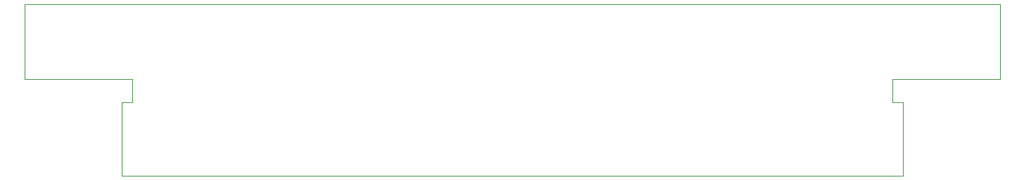
<source format=gko>
G04*
G04 #@! TF.GenerationSoftware,Altium Limited,Altium Designer,20.2.6 (244)*
G04*
G04 Layer_Color=8388736*
%FSAX24Y24*%
%MOIN*%
G70*
G04*
G04 #@! TF.SameCoordinates,79835426-5826-47FF-A966-97B9D47979B7*
G04*
G04*
G04 #@! TF.FilePolarity,Positive*
G04*
G01*
G75*
%ADD21C,0.0010*%
D21*
X276689Y134215D02*
X276689Y130665D01*
X271589D02*
X276689D01*
X271589Y129565D02*
Y130665D01*
Y129565D02*
X272089D01*
Y126065D02*
Y129565D01*
X271589Y126065D02*
X272089D01*
X235589D02*
X271589D01*
X235089D02*
X235589D01*
X235089D02*
Y129565D01*
X235589D01*
Y130665D01*
X230489D02*
X235589D01*
X230489Y134215D02*
X230489Y130665D01*
X230489Y134215D02*
X276689Y134215D01*
M02*

</source>
